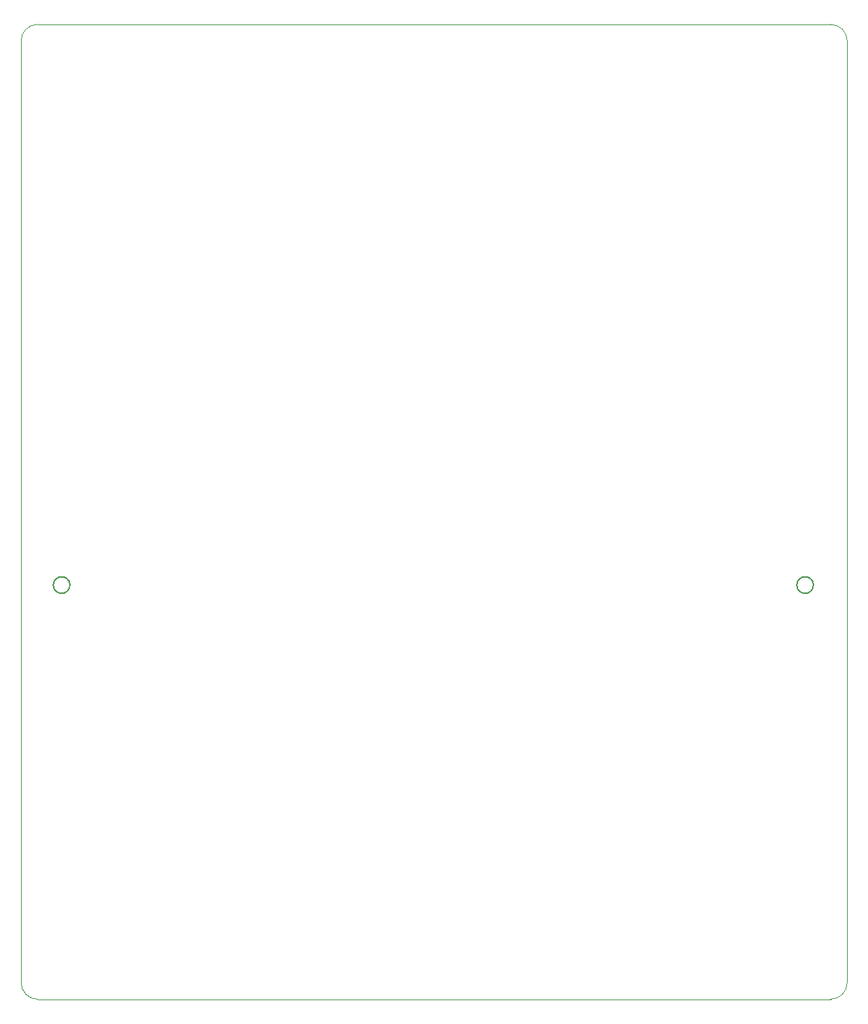
<source format=gbr>
%TF.GenerationSoftware,KiCad,Pcbnew,(6.0.7)*%
%TF.CreationDate,2022-11-22T16:32:00-03:00*%
%TF.ProjectId,BigKeysPCB,4269674b-6579-4735-9043-422e6b696361,rev?*%
%TF.SameCoordinates,Original*%
%TF.FileFunction,Profile,NP*%
%FSLAX46Y46*%
G04 Gerber Fmt 4.6, Leading zero omitted, Abs format (unit mm)*
G04 Created by KiCad (PCBNEW (6.0.7)) date 2022-11-22 16:32:00*
%MOMM*%
%LPD*%
G01*
G04 APERTURE LIST*
%TA.AperFunction,Profile*%
%ADD10C,0.150000*%
%TD*%
%TA.AperFunction,Profile*%
%ADD11C,0.100000*%
%TD*%
G04 APERTURE END LIST*
D10*
X96540000Y-107581519D02*
G75*
G03*
X96540000Y-107581519I-1000000J0D01*
G01*
D11*
X92634500Y-39711519D02*
X188634500Y-39711519D01*
X90634500Y-155711519D02*
X90634500Y-41711519D01*
X190634500Y-41711519D02*
X190634500Y-155711519D01*
X190634481Y-41711519D02*
G75*
G03*
X188634500Y-39711519I-1999981J19D01*
G01*
D10*
X186540000Y-107581519D02*
G75*
G03*
X186540000Y-107581519I-1000000J0D01*
G01*
D11*
X188634500Y-157711500D02*
G75*
G03*
X190634500Y-155711519I0J2000000D01*
G01*
X92634500Y-39711500D02*
G75*
G03*
X90634500Y-41711519I0J-2000000D01*
G01*
X90634481Y-155711519D02*
G75*
G03*
X92634500Y-157711519I2000019J19D01*
G01*
X188634500Y-157711519D02*
X92634500Y-157711519D01*
M02*

</source>
